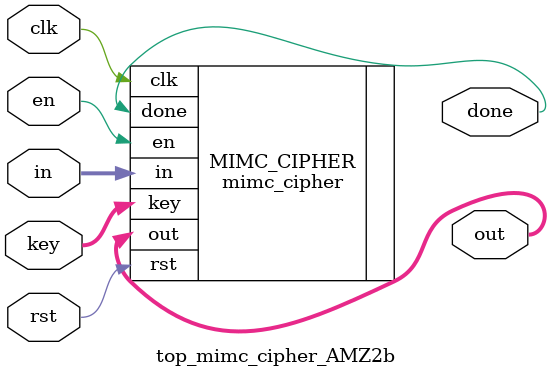
<source format=v>



module top_mimc_cipher_AMZ2b #(
	parameter N_BITS = 254
) (
	input clk,
	input rst,
	input en,
	input  [N_BITS-1:0] in,
	input  [N_BITS-1:0] key,
	output [N_BITS-1:0] out,
	output done
);

mimc_cipher #(
	.N_BITS(N_BITS),
	.GALOIS_MULT_METHOD("barrett"),
	.GALOIS_POW_7_METHOD("parallel"),
	.MIMC_CIPHER_ROUND_METHOD("v1")
) MIMC_CIPHER (
	.clk(clk),
	.rst(rst),
	.en(en),
	.in(in),
	.key(key),
	.out(out),
	.done(done)
);

endmodule

</source>
